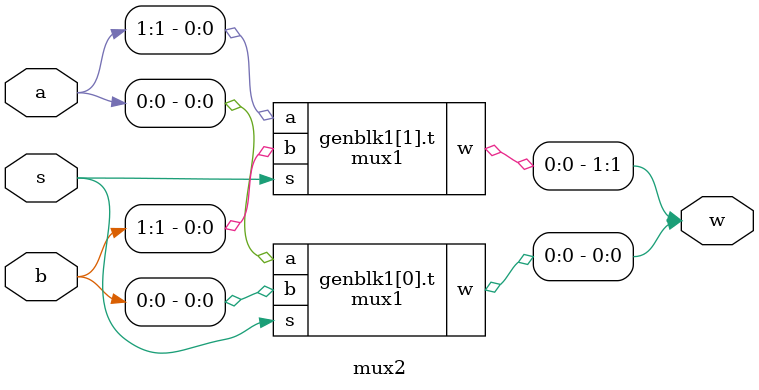
<source format=v>
`timescale 1ns/1ns
module mux1(input a,b,s,output w);
	wire w1,w2,ns;
	not(ns,s);
	and(w1,ns,a);
	and(w2,s,b);
	or(w,w1,w2);
endmodule
module mux8(input[7:0] a,input[7:0] b,input s,output[7:0] w);
	genvar i;
	generate for(i=0;i<8;i=i+1) begin
		mux1 t(a[i],b[i],s,w[i]);
	end
	endgenerate
endmodule
module mux13(input[12:0] a,input[12:0] b,input s,output[12:0] w);
	genvar i;
	generate for(i=0;i<13;i=i+1) begin
		mux1 t(a[i],b[i],s,w[i]);
	end
	endgenerate
endmodule
module mux3(input[2:0] a,input[2:0] b,input s,output[2:0] w);
	genvar i;
	generate for(i=0;i<3;i=i+1) begin
		mux1 t(a[i],b[i],s,w[i]);
	end
	endgenerate
endmodule
module mux2(input[1:0] a,input[1:0] b,input s,output[1:0] w);
	genvar i;
	generate for(i=0;i<2;i=i+1) begin
		mux1 t(a[i],b[i],s,w[i]);
	end
	endgenerate
endmodule

</source>
